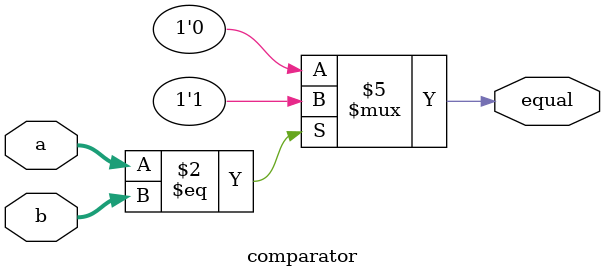
<source format=v>
`timescale 1ns / 1ps

module comparator (equal, a, b);
    parameter word = 32;
    input   [word - 1:0] a,     b;
    output               equal;

    reg                  equal;

    initial begin
        equal = 1'b0;
    end
    always @(a or b) begin
        if (a == b) equal = 1'b1;
        else        equal = 1'b0;
    end

endmodule //comparator
</source>
